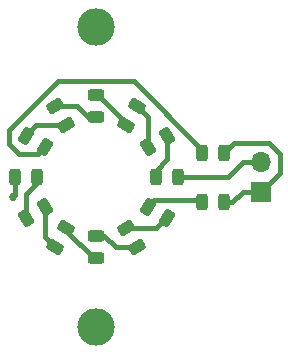
<source format=gbr>
G04 #@! TF.GenerationSoftware,KiCad,Pcbnew,6.0.8-f2edbf62ab~116~ubuntu22.04.1*
G04 #@! TF.CreationDate,2023-01-10T16:41:05-08:00*
G04 #@! TF.ProjectId,led_ring,6c65645f-7269-46e6-972e-6b696361645f,rev?*
G04 #@! TF.SameCoordinates,Original*
G04 #@! TF.FileFunction,Copper,L1,Top*
G04 #@! TF.FilePolarity,Positive*
%FSLAX46Y46*%
G04 Gerber Fmt 4.6, Leading zero omitted, Abs format (unit mm)*
G04 Created by KiCad (PCBNEW 6.0.8-f2edbf62ab~116~ubuntu22.04.1) date 2023-01-10 16:41:05*
%MOMM*%
%LPD*%
G01*
G04 APERTURE LIST*
G04 Aperture macros list*
%AMRoundRect*
0 Rectangle with rounded corners*
0 $1 Rounding radius*
0 $2 $3 $4 $5 $6 $7 $8 $9 X,Y pos of 4 corners*
0 Add a 4 corners polygon primitive as box body*
4,1,4,$2,$3,$4,$5,$6,$7,$8,$9,$2,$3,0*
0 Add four circle primitives for the rounded corners*
1,1,$1+$1,$2,$3*
1,1,$1+$1,$4,$5*
1,1,$1+$1,$6,$7*
1,1,$1+$1,$8,$9*
0 Add four rect primitives between the rounded corners*
20,1,$1+$1,$2,$3,$4,$5,0*
20,1,$1+$1,$4,$5,$6,$7,0*
20,1,$1+$1,$6,$7,$8,$9,0*
20,1,$1+$1,$8,$9,$2,$3,0*%
G04 Aperture macros list end*
G04 #@! TA.AperFunction,ComponentPad*
%ADD10R,1.700000X1.700000*%
G04 #@! TD*
G04 #@! TA.AperFunction,ComponentPad*
%ADD11O,1.700000X1.700000*%
G04 #@! TD*
G04 #@! TA.AperFunction,ComponentPad*
%ADD12C,3.175000*%
G04 #@! TD*
G04 #@! TA.AperFunction,SMDPad,CuDef*
%ADD13RoundRect,0.243750X0.243750X0.456250X-0.243750X0.456250X-0.243750X-0.456250X0.243750X-0.456250X0*%
G04 #@! TD*
G04 #@! TA.AperFunction,SMDPad,CuDef*
%ADD14RoundRect,0.243750X-0.243750X-0.456250X0.243750X-0.456250X0.243750X0.456250X-0.243750X0.456250X0*%
G04 #@! TD*
G04 #@! TA.AperFunction,SMDPad,CuDef*
%ADD15RoundRect,0.243750X0.017031X-0.516999X0.439219X-0.273249X-0.017031X0.516999X-0.439219X0.273249X0*%
G04 #@! TD*
G04 #@! TA.AperFunction,SMDPad,CuDef*
%ADD16RoundRect,0.243750X0.273249X-0.439219X0.516999X-0.017031X-0.273249X0.439219X-0.516999X0.017031X0*%
G04 #@! TD*
G04 #@! TA.AperFunction,SMDPad,CuDef*
%ADD17RoundRect,0.243750X0.456250X-0.243750X0.456250X0.243750X-0.456250X0.243750X-0.456250X-0.243750X0*%
G04 #@! TD*
G04 #@! TA.AperFunction,SMDPad,CuDef*
%ADD18RoundRect,0.243750X0.516999X0.017031X0.273249X0.439219X-0.516999X-0.017031X-0.273249X-0.439219X0*%
G04 #@! TD*
G04 #@! TA.AperFunction,SMDPad,CuDef*
%ADD19RoundRect,0.243750X0.439219X0.273249X0.017031X0.516999X-0.439219X-0.273249X-0.017031X-0.516999X0*%
G04 #@! TD*
G04 #@! TA.AperFunction,SMDPad,CuDef*
%ADD20RoundRect,0.243750X-0.017031X0.516999X-0.439219X0.273249X0.017031X-0.516999X0.439219X-0.273249X0*%
G04 #@! TD*
G04 #@! TA.AperFunction,SMDPad,CuDef*
%ADD21RoundRect,0.243750X-0.273249X0.439219X-0.516999X0.017031X0.273249X-0.439219X0.516999X-0.017031X0*%
G04 #@! TD*
G04 #@! TA.AperFunction,SMDPad,CuDef*
%ADD22RoundRect,0.243750X-0.456250X0.243750X-0.456250X-0.243750X0.456250X-0.243750X0.456250X0.243750X0*%
G04 #@! TD*
G04 #@! TA.AperFunction,SMDPad,CuDef*
%ADD23RoundRect,0.243750X-0.516999X-0.017031X-0.273249X-0.439219X0.516999X0.017031X0.273249X0.439219X0*%
G04 #@! TD*
G04 #@! TA.AperFunction,SMDPad,CuDef*
%ADD24RoundRect,0.243750X-0.439219X-0.273249X-0.017031X-0.516999X0.439219X0.273249X0.017031X0.516999X0*%
G04 #@! TD*
G04 #@! TA.AperFunction,ViaPad*
%ADD25C,0.685800*%
G04 #@! TD*
G04 #@! TA.AperFunction,Conductor*
%ADD26C,0.381000*%
G04 #@! TD*
G04 APERTURE END LIST*
D10*
X64770000Y-52070000D03*
D11*
X64770000Y-49530000D03*
D12*
X50800000Y-38100000D03*
X50800000Y-63500000D03*
D13*
X61643500Y-52959000D03*
X59768500Y-52959000D03*
X59768500Y-48768000D03*
X61643500Y-48768000D03*
D14*
X55831500Y-50800000D03*
X57706500Y-50800000D03*
D15*
X56781199Y-47346750D03*
X55157401Y-48284250D03*
D16*
X53315750Y-46442599D03*
X54253250Y-44818801D03*
D17*
X50800000Y-43893500D03*
X50800000Y-45768500D03*
D18*
X48284250Y-46442599D03*
X47346750Y-44818801D03*
D19*
X44818801Y-47346750D03*
X46442599Y-48284250D03*
D13*
X45768500Y-50800000D03*
X43893500Y-50800000D03*
D20*
X44818801Y-54253250D03*
X46442599Y-53315750D03*
D21*
X48284250Y-55157401D03*
X47346750Y-56781199D03*
D22*
X50800000Y-57706500D03*
X50800000Y-55831500D03*
D23*
X53315750Y-55157401D03*
X54253250Y-56781199D03*
D24*
X56781199Y-54253250D03*
X55157401Y-53315750D03*
D25*
X43771200Y-52483800D03*
D26*
X56781200Y-47346800D02*
X56781200Y-49329500D01*
X56781200Y-49329500D02*
X55831500Y-50279200D01*
X55831500Y-50279200D02*
X55831500Y-50800000D01*
X43893500Y-50800000D02*
X43893500Y-52361500D01*
X43893500Y-52361500D02*
X43771200Y-52483800D01*
X64770000Y-49530000D02*
X63221200Y-49530000D01*
X57706500Y-50800000D02*
X61951200Y-50800000D01*
X61951200Y-50800000D02*
X63221200Y-49530000D01*
X55157400Y-48284200D02*
X55157400Y-45722900D01*
X55157400Y-45722900D02*
X54253300Y-44818800D01*
X50800000Y-43893500D02*
X50973700Y-43893500D01*
X50973700Y-43893500D02*
X53315700Y-46235500D01*
X53315700Y-46235500D02*
X53315700Y-46442600D01*
X50800000Y-45768500D02*
X50109800Y-45768500D01*
X50109800Y-45768500D02*
X49160100Y-44818800D01*
X49160100Y-44818800D02*
X47346800Y-44818800D01*
X44818800Y-47346800D02*
X45723000Y-46442600D01*
X45723000Y-46442600D02*
X48284200Y-46442600D01*
X46442600Y-48284200D02*
X45891700Y-48835100D01*
X45891700Y-48835100D02*
X44254800Y-48835100D01*
X44254800Y-48835100D02*
X43432600Y-48012900D01*
X43432600Y-48012900D02*
X43432600Y-46849300D01*
X43432600Y-46849300D02*
X47589800Y-42692100D01*
X47589800Y-42692100D02*
X53972200Y-42692100D01*
X53972200Y-42692100D02*
X59768500Y-48488400D01*
X59768500Y-48488400D02*
X59768500Y-48768000D01*
X44818800Y-54253300D02*
X44818800Y-52270500D01*
X44818800Y-52270500D02*
X45768500Y-51320800D01*
X45768500Y-51320800D02*
X45768500Y-50800000D01*
X46442600Y-53315700D02*
X46442600Y-55877100D01*
X46442600Y-55877100D02*
X47346700Y-56781200D01*
X50800000Y-57706500D02*
X50626300Y-57706500D01*
X50626300Y-57706500D02*
X48284300Y-55364500D01*
X48284300Y-55364500D02*
X48284300Y-55157400D01*
X50800000Y-55831500D02*
X51490200Y-55831500D01*
X51490200Y-55831500D02*
X52439900Y-56781200D01*
X52439900Y-56781200D02*
X54253300Y-56781200D01*
X56781200Y-54253300D02*
X55877100Y-55157400D01*
X55877100Y-55157400D02*
X53315700Y-55157400D01*
X61643500Y-48768000D02*
X62442500Y-47969000D01*
X62442500Y-47969000D02*
X65451000Y-47969000D01*
X65451000Y-47969000D02*
X66326100Y-48844100D01*
X66326100Y-48844100D02*
X66326100Y-50513900D01*
X66326100Y-50513900D02*
X64770000Y-52070000D01*
X64770000Y-52070000D02*
X63221200Y-52070000D01*
X61643500Y-52959000D02*
X62332200Y-52959000D01*
X62332200Y-52959000D02*
X63221200Y-52070000D01*
X55157400Y-53315700D02*
X55708300Y-52764800D01*
X55708300Y-52764800D02*
X59574300Y-52764800D01*
X59574300Y-52764800D02*
X59768500Y-52959000D01*
M02*

</source>
